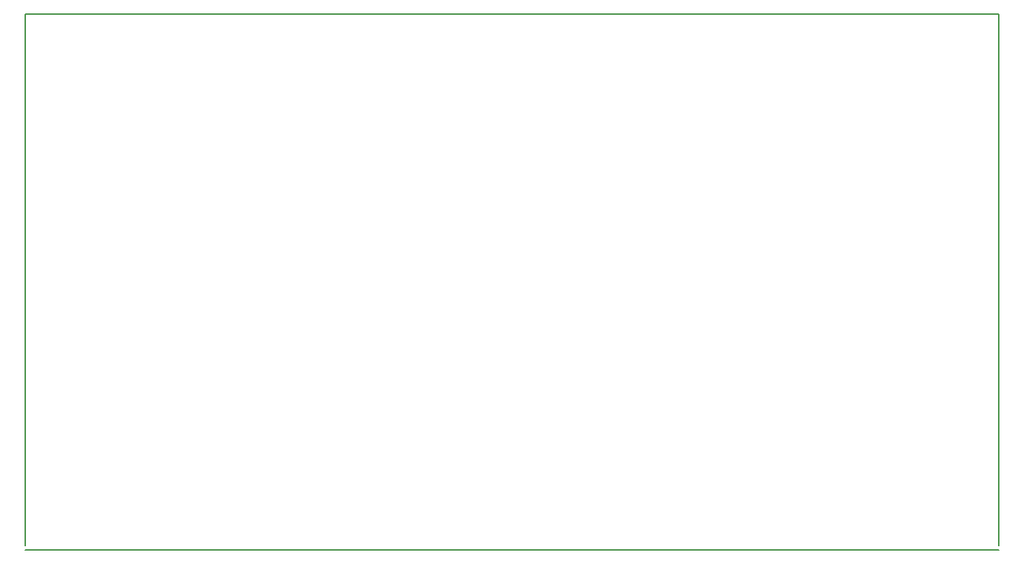
<source format=gbr>
%FSLAX46Y46*%
G04 Gerber Fmt 4.6, Leading zero omitted, Abs format (unit mm)*
G04 Created by KiCad (PCBNEW (2014-08-12 BZR 5067)-product) date sáb 27 sep 2014 09:39:28 ART*
%MOMM*%
G01*
G04 APERTURE LIST*
%ADD10C,0.150000*%
%ADD11C,0.149860*%
G04 APERTURE END LIST*
D10*
D11*
X92424250Y-70135750D02*
X203549250Y-70135750D01*
X92424250Y-130841750D02*
X92424250Y-70135750D01*
X203549250Y-131349750D02*
X92424250Y-131349750D01*
X203549250Y-70135750D02*
X203549250Y-130841750D01*
M02*

</source>
